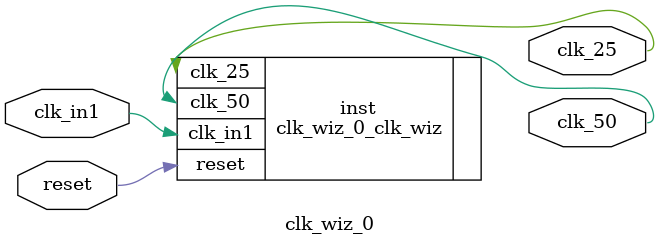
<source format=v>


`timescale 1ps/1ps

(* CORE_GENERATION_INFO = "clk_wiz_0,clk_wiz_v5_3_1,{component_name=clk_wiz_0,use_phase_alignment=true,use_min_o_jitter=false,use_max_i_jitter=false,use_dyn_phase_shift=false,use_inclk_switchover=false,use_dyn_reconfig=false,enable_axi=0,feedback_source=FDBK_AUTO,PRIMITIVE=MMCM,num_out_clk=2,clkin1_period=8.0,clkin2_period=10.0,use_power_down=false,use_reset=true,use_locked=false,use_inclk_stopped=false,feedback_type=SINGLE,CLOCK_MGR_TYPE=NA,manual_override=false}" *)

module clk_wiz_0 
 (
 // Clock in ports
  input         clk_in1,
  // Clock out ports
  output        clk_25,
  output        clk_50,
  // Status and control signals
  input         reset
 );

  clk_wiz_0_clk_wiz inst
  (
 // Clock in ports
  .clk_in1(clk_in1),
  // Clock out ports  
  .clk_25(clk_25),
  .clk_50(clk_50),
  // Status and control signals               
  .reset(reset) 
  );

endmodule

</source>
